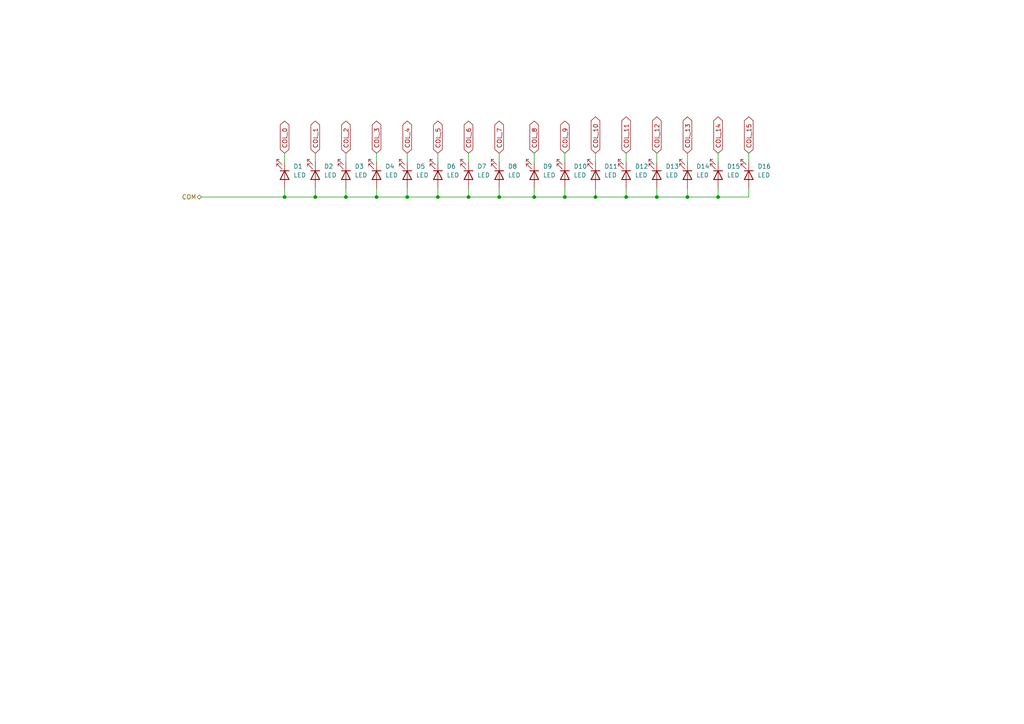
<source format=kicad_sch>
(kicad_sch (version 20200608) (host eeschema "5.99.0-unknown-e164269~101~ubuntu20.04.1")
  (page 4 19)
  (paper "A4")
  (lib_symbols
    (symbol "Device:LED" (pin_numbers hide) (pin_names hide)
      (property "Reference" "D" (at 0 2.54 0))
      (property "Value" "LED" (at 0 -2.54 0))
      (symbol "LED_0_1"
        (polyline (pts (xy -1.27 -1.27) (xy -1.27 1.27)) (stroke (width 0.254)))
        (polyline (pts (xy -1.27 0) (xy 1.27 0)))
        (polyline (pts (xy 1.27 -1.27) (xy 1.27 1.27) (xy -1.27 0) (xy 1.27 -1.27)) (stroke (width 0.254)))
        (polyline (pts (xy -3.048 -0.762) (xy -4.572 -2.286) (xy -3.81 -2.286) (xy -4.572 -2.286) (xy -4.572 -1.524)))
        (polyline (pts (xy -1.778 -0.762) (xy -3.302 -2.286) (xy -2.54 -2.286) (xy -3.302 -2.286) (xy -3.302 -1.524)))
      )
      (symbol "LED_1_1"
        (pin passive line (at -3.81 0 0) (length 2.54) (name "K") (number "1"))
        (pin passive line (at 3.81 0 180) (length 2.54) (name "A") (number "2"))
      )
    )
  )
  (junction (at 82.55 57.15))
  (junction (at 91.44 57.15))
  (junction (at 100.33 57.15))
  (junction (at 109.22 57.15))
  (junction (at 118.11 57.15))
  (junction (at 127 57.15))
  (junction (at 135.89 57.15))
  (junction (at 144.78 57.15))
  (junction (at 154.94 57.15))
  (junction (at 163.83 57.15))
  (junction (at 172.72 57.15))
  (junction (at 181.61 57.15))
  (junction (at 190.5 57.15))
  (junction (at 199.39 57.15))
  (junction (at 208.28 57.15))
  (wire (pts (xy 58.42 57.15) (xy 82.55 57.15)))
  (wire (pts (xy 82.55 44.45) (xy 82.55 46.99)))
  (wire (pts (xy 82.55 54.61) (xy 82.55 57.15)))
  (wire (pts (xy 82.55 57.15) (xy 91.44 57.15)))
  (wire (pts (xy 91.44 44.45) (xy 91.44 46.99)))
  (wire (pts (xy 91.44 54.61) (xy 91.44 57.15)))
  (wire (pts (xy 91.44 57.15) (xy 100.33 57.15)))
  (wire (pts (xy 100.33 44.45) (xy 100.33 46.99)))
  (wire (pts (xy 100.33 54.61) (xy 100.33 57.15)))
  (wire (pts (xy 100.33 57.15) (xy 109.22 57.15)))
  (wire (pts (xy 109.22 44.45) (xy 109.22 46.99)))
  (wire (pts (xy 109.22 54.61) (xy 109.22 57.15)))
  (wire (pts (xy 109.22 57.15) (xy 118.11 57.15)))
  (wire (pts (xy 118.11 44.45) (xy 118.11 46.99)))
  (wire (pts (xy 118.11 54.61) (xy 118.11 57.15)))
  (wire (pts (xy 118.11 57.15) (xy 127 57.15)))
  (wire (pts (xy 127 44.45) (xy 127 46.99)))
  (wire (pts (xy 127 54.61) (xy 127 57.15)))
  (wire (pts (xy 127 57.15) (xy 135.89 57.15)))
  (wire (pts (xy 135.89 44.45) (xy 135.89 46.99)))
  (wire (pts (xy 135.89 54.61) (xy 135.89 57.15)))
  (wire (pts (xy 135.89 57.15) (xy 144.78 57.15)))
  (wire (pts (xy 144.78 44.45) (xy 144.78 46.99)))
  (wire (pts (xy 144.78 54.61) (xy 144.78 57.15)))
  (wire (pts (xy 144.78 57.15) (xy 154.94 57.15)))
  (wire (pts (xy 154.94 44.45) (xy 154.94 46.99)))
  (wire (pts (xy 154.94 54.61) (xy 154.94 57.15)))
  (wire (pts (xy 154.94 57.15) (xy 163.83 57.15)))
  (wire (pts (xy 163.83 44.45) (xy 163.83 46.99)))
  (wire (pts (xy 163.83 54.61) (xy 163.83 57.15)))
  (wire (pts (xy 163.83 57.15) (xy 172.72 57.15)))
  (wire (pts (xy 172.72 44.45) (xy 172.72 46.99)))
  (wire (pts (xy 172.72 54.61) (xy 172.72 57.15)))
  (wire (pts (xy 172.72 57.15) (xy 181.61 57.15)))
  (wire (pts (xy 181.61 44.45) (xy 181.61 46.99)))
  (wire (pts (xy 181.61 54.61) (xy 181.61 57.15)))
  (wire (pts (xy 181.61 57.15) (xy 190.5 57.15)))
  (wire (pts (xy 190.5 44.45) (xy 190.5 46.99)))
  (wire (pts (xy 190.5 54.61) (xy 190.5 57.15)))
  (wire (pts (xy 190.5 57.15) (xy 199.39 57.15)))
  (wire (pts (xy 199.39 44.45) (xy 199.39 46.99)))
  (wire (pts (xy 199.39 54.61) (xy 199.39 57.15)))
  (wire (pts (xy 199.39 57.15) (xy 208.28 57.15)))
  (wire (pts (xy 208.28 44.45) (xy 208.28 46.99)))
  (wire (pts (xy 208.28 54.61) (xy 208.28 57.15)))
  (wire (pts (xy 208.28 57.15) (xy 217.17 57.15)))
  (wire (pts (xy 217.17 44.45) (xy 217.17 46.99)))
  (wire (pts (xy 217.17 54.61) (xy 217.17 57.15)))
  (global_label "COL_0" (shape bidirectional) (at 82.55 44.45 90))
  (global_label "COL_1" (shape bidirectional) (at 91.44 44.45 90))
  (global_label "COL_2" (shape bidirectional) (at 100.33 44.45 90))
  (global_label "COL_3" (shape bidirectional) (at 109.22 44.45 90))
  (global_label "COL_4" (shape bidirectional) (at 118.11 44.45 90))
  (global_label "COL_5" (shape bidirectional) (at 127 44.45 90))
  (global_label "COL_6" (shape bidirectional) (at 135.89 44.45 90))
  (global_label "COL_7" (shape bidirectional) (at 144.78 44.45 90))
  (global_label "COL_8" (shape bidirectional) (at 154.94 44.45 90))
  (global_label "COL_9" (shape bidirectional) (at 163.83 44.45 90))
  (global_label "COL_10" (shape bidirectional) (at 172.72 44.45 90))
  (global_label "COL_11" (shape bidirectional) (at 181.61 44.45 90))
  (global_label "COL_12" (shape bidirectional) (at 190.5 44.45 90))
  (global_label "COL_13" (shape bidirectional) (at 199.39 44.45 90))
  (global_label "COL_14" (shape bidirectional) (at 208.28 44.45 90))
  (global_label "COL_15" (shape bidirectional) (at 217.17 44.45 90))
  (hierarchical_label "COM" (shape bidirectional) (at 58.42 57.15 180))
  (symbol (lib_id "Device:LED") (at 82.55 50.8 270)
    (property "Reference" "D1" (at 85.09 48.26 90) (effects (justify left)))
    (property "Value" "LED" (at 85.09 50.8 90) (effects (justify left)))
    (property "Footprint" "LED_SMD:LED_0805_2012Metric_Castellated" (effects hide))
  )
  (symbol (lib_id "Device:LED") (at 91.44 50.8 270)
    (property "Reference" "D2" (at 93.98 48.26 90) (effects (justify left)))
    (property "Value" "LED" (at 93.98 50.8 90) (effects (justify left)))
    (property "Footprint" "LED_SMD:LED_0805_2012Metric_Castellated" (effects hide))
  )
  (symbol (lib_id "Device:LED") (at 100.33 50.8 270)
    (property "Reference" "D3" (at 102.87 48.26 90) (effects (justify left)))
    (property "Value" "LED" (at 102.87 50.8 90) (effects (justify left)))
    (property "Footprint" "LED_SMD:LED_0805_2012Metric_Castellated" (effects hide))
  )
  (symbol (lib_id "Device:LED") (at 109.22 50.8 270)
    (property "Reference" "D4" (at 111.76 48.26 90) (effects (justify left)))
    (property "Value" "LED" (at 111.76 50.8 90) (effects (justify left)))
    (property "Footprint" "LED_SMD:LED_0805_2012Metric_Castellated" (effects hide))
  )
  (symbol (lib_id "Device:LED") (at 118.11 50.8 270)
    (property "Reference" "D5" (at 120.65 48.26 90) (effects (justify left)))
    (property "Value" "LED" (at 120.65 50.8 90) (effects (justify left)))
    (property "Footprint" "LED_SMD:LED_0805_2012Metric_Castellated" (effects hide))
  )
  (symbol (lib_id "Device:LED") (at 127 50.8 270)
    (property "Reference" "D6" (at 129.54 48.26 90) (effects (justify left)))
    (property "Value" "LED" (at 129.54 50.8 90) (effects (justify left)))
    (property "Footprint" "LED_SMD:LED_0805_2012Metric_Castellated" (effects hide))
  )
  (symbol (lib_id "Device:LED") (at 135.89 50.8 270)
    (property "Reference" "D7" (at 138.43 48.26 90) (effects (justify left)))
    (property "Value" "LED" (at 138.43 50.8 90) (effects (justify left)))
    (property "Footprint" "LED_SMD:LED_0805_2012Metric_Castellated" (effects hide))
  )
  (symbol (lib_id "Device:LED") (at 144.78 50.8 270)
    (property "Reference" "D8" (at 147.32 48.26 90) (effects (justify left)))
    (property "Value" "LED" (at 147.32 50.8 90) (effects (justify left)))
    (property "Footprint" "LED_SMD:LED_0805_2012Metric_Castellated" (effects hide))
  )
  (symbol (lib_id "Device:LED") (at 154.94 50.8 270)
    (property "Reference" "D9" (at 157.48 48.26 90) (effects (justify left)))
    (property "Value" "LED" (at 157.48 50.8 90) (effects (justify left)))
    (property "Footprint" "LED_SMD:LED_0805_2012Metric_Castellated" (effects hide))
  )
  (symbol (lib_id "Device:LED") (at 163.83 50.8 270)
    (property "Reference" "D10" (at 166.37 48.26 90) (effects (justify left)))
    (property "Value" "LED" (at 166.37 50.8 90) (effects (justify left)))
    (property "Footprint" "LED_SMD:LED_0805_2012Metric_Castellated" (effects hide))
  )
  (symbol (lib_id "Device:LED") (at 172.72 50.8 270)
    (property "Reference" "D11" (at 175.26 48.26 90) (effects (justify left)))
    (property "Value" "LED" (at 175.26 50.8 90) (effects (justify left)))
    (property "Footprint" "LED_SMD:LED_0805_2012Metric_Castellated" (effects hide))
  )
  (symbol (lib_id "Device:LED") (at 181.61 50.8 270)
    (property "Reference" "D12" (at 184.15 48.26 90) (effects (justify left)))
    (property "Value" "LED" (at 184.15 50.8 90) (effects (justify left)))
    (property "Footprint" "LED_SMD:LED_0805_2012Metric_Castellated" (effects hide))
  )
  (symbol (lib_id "Device:LED") (at 190.5 50.8 270)
    (property "Reference" "D13" (at 193.04 48.26 90) (effects (justify left)))
    (property "Value" "LED" (at 193.04 50.8 90) (effects (justify left)))
    (property "Footprint" "LED_SMD:LED_0805_2012Metric_Castellated" (effects hide))
  )
  (symbol (lib_id "Device:LED") (at 199.39 50.8 270)
    (property "Reference" "D14" (at 201.93 48.26 90) (effects (justify left)))
    (property "Value" "LED" (at 201.93 50.8 90) (effects (justify left)))
    (property "Footprint" "LED_SMD:LED_0805_2012Metric_Castellated" (effects hide))
  )
  (symbol (lib_id "Device:LED") (at 208.28 50.8 270)
    (property "Reference" "D15" (at 210.82 48.26 90) (effects (justify left)))
    (property "Value" "LED" (at 210.82 50.8 90) (effects (justify left)))
    (property "Footprint" "LED_SMD:LED_0805_2012Metric_Castellated" (effects hide))
  )
  (symbol (lib_id "Device:LED") (at 217.17 50.8 270)
    (property "Reference" "D16" (at 219.71 48.26 90) (effects (justify left)))
    (property "Value" "LED" (at 219.71 50.8 90) (effects (justify left)))
    (property "Footprint" "LED_SMD:LED_0805_2012Metric_Castellated" (effects hide))
  )
)
</source>
